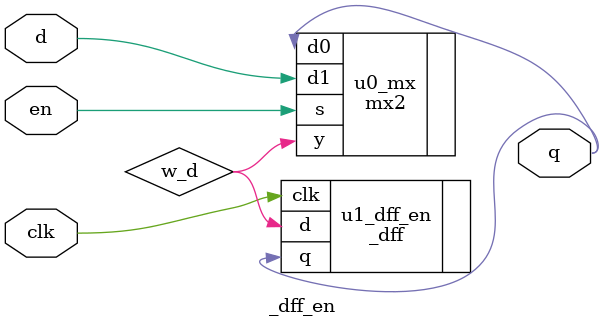
<source format=v>
module _dff_en(clk, en, d, q );// module name is _dff_en
	input clk, en, d;// 1bit input signal clk, en, d
	output q;// 1bit output signal q
	
	wire w_d; // 1bit wire w_d
	
	// module instance
	mx2 u0_mx (.d0(q),.d1(d), .s(en), .y(w_d));// instance name is u0_mx, use mx2
	_dff u1_dff_en (.clk(clk), .d(w_d), .q(q)); // instance name is u1_dff_en, use dff 
	endmodule
	
</source>
